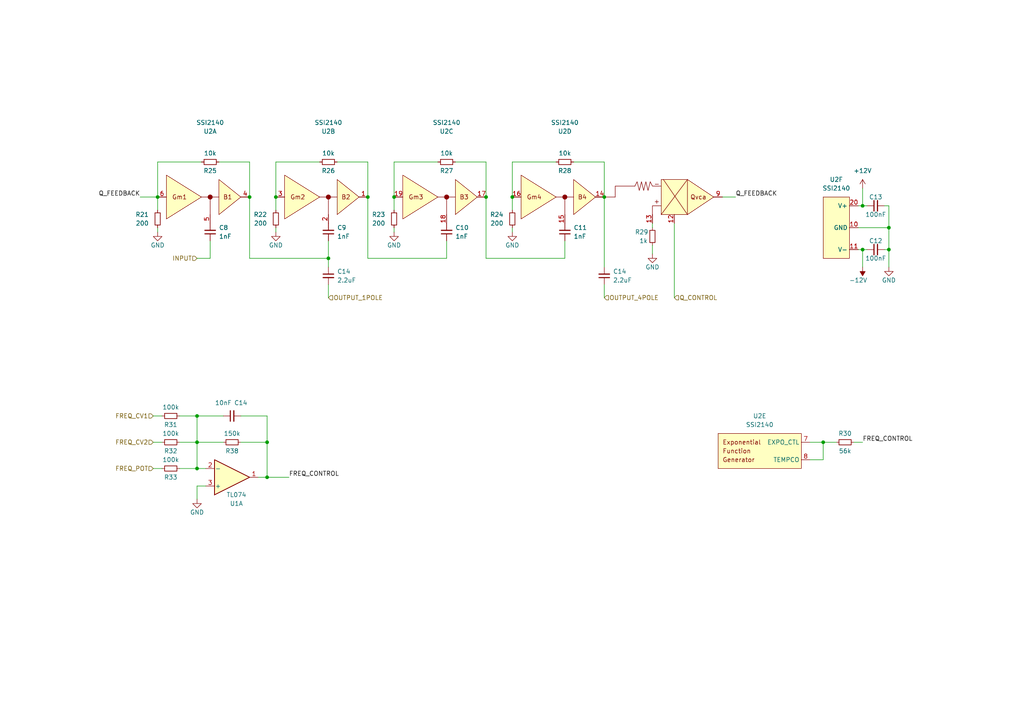
<source format=kicad_sch>
(kicad_sch (version 20230121) (generator eeschema)
  (paper "A4")
  (lib_symbols
    (symbol "Amplifier_Operational:TL074" (pin_names (offset 0.127))
      (property "Reference" "U" (at 0 5.08 0))
      (property "Value" "TL074" (at 0 -5.08 0))
      (symbol "TL074_1_1"
        (polyline (pts (xy -5.08 5.08) (xy 5.08 0) (xy -5.08 -5.08) (xy -5.08 5.08)) (stroke (width 0.254)) (fill (type background)))
        (pin output line (at 7.62 0 180) (length 2.54) (name "~") (number "1"))
        (pin input line (at -7.62 -2.54 0) (length 2.54) (name "-") (number "2"))
        (pin input line (at -7.62 2.54 0) (length 2.54) (name "+") (number "3"))
      )
      (symbol "TL074_2_1"
        (polyline (pts (xy -5.08 5.08) (xy 5.08 0) (xy -5.08 -5.08) (xy -5.08 5.08)) (stroke (width 0.254)) (fill (type background)))
        (pin input line (at -7.62 2.54 0) (length 2.54) (name "+") (number "5"))
        (pin input line (at -7.62 -2.54 0) (length 2.54) (name "-") (number "6"))
        (pin output line (at 7.62 0 180) (length 2.54) (name "~") (number "7"))
      )
      (symbol "TL074_3_1"
        (polyline (pts (xy -5.08 5.08) (xy 5.08 0) (xy -5.08 -5.08) (xy -5.08 5.08)) (stroke (width 0.254)) (fill (type background)))
        (pin input line (at -7.62 2.54 0) (length 2.54) (name "+") (number "10"))
        (pin output line (at 7.62 0 180) (length 2.54) (name "~") (number "8"))
        (pin input line (at -7.62 -2.54 0) (length 2.54) (name "-") (number "9"))
      )
      (symbol "TL074_4_1"
        (polyline (pts (xy -5.08 5.08) (xy 5.08 0) (xy -5.08 -5.08) (xy -5.08 5.08)) (stroke (width 0.254)) (fill (type background)))
        (pin input line (at -7.62 2.54 0) (length 2.54) (name "+") (number "12"))
        (pin input line (at -7.62 -2.54 0) (length 2.54) (name "-") (number "13"))
        (pin output line (at 7.62 0 180) (length 2.54) (name "~") (number "14"))
      )
      (symbol "TL074_5_1"
        (pin power_in line (at -2.54 -7.62 90) (length 3.81) (name "V-") (number "11"))
        (pin power_in line (at -2.54 7.62 270) (length 3.81) (name "V+") (number "4"))
      )
    )
    (symbol "Device:C_Small" (pin_numbers hide) (pin_names (offset 0.254) hide)
      (property "Reference" "C" (at 0.254 1.778 0))
      (property "Value" "C_Small" (at 0.254 -2.032 0))
      (symbol "C_Small_0_1"
        (polyline (pts (xy -1.524 -0.508) (xy 1.524 -0.508)) (stroke (width 0.3302)))
        (polyline (pts (xy -1.524 0.508) (xy 1.524 0.508)) (stroke (width 0.3048)))
      )
      (symbol "C_Small_1_1"
        (pin passive line (at 0 2.54 270) (length 2.032) (name "~") (number "1"))
        (pin passive line (at 0 -2.54 90) (length 2.032) (name "~") (number "2"))
      )
    )
    (symbol "Device:R_Small" (pin_numbers hide) (pin_names (offset 0.254) hide)
      (property "Reference" "R" (at 0.762 0.508 0))
      (property "Value" "R_Small" (at 0.762 -1.016 0))
      (symbol "R_Small_0_1"
        (rectangle (start -0.762 1.778) (end 0.762 -1.778) (stroke (width 0.2032)))
      )
      (symbol "R_Small_1_1"
        (pin passive line (at 0 2.54 270) (length 0.762) (name "~") (number "1"))
        (pin passive line (at 0 -2.54 90) (length 0.762) (name "~") (number "2"))
      )
    )
    (symbol "SSI2140:SSI2140"
      (property "Reference" "U?" (at -1.905 11.43 0))
      (property "Value" "SSI2140" (at -1.905 8.89 0))
      (symbol "SSI2140_1_0"
        (polyline (pts (xy 0 0) (xy -2.54 0)))
        (polyline (pts (xy 0 -5.08) (xy 0 0) (xy 2.54 0)))
        (polyline (pts (xy -2.54 0) (xy -12.7 6.35) (xy -12.7 -6.35) (xy -2.54 0)) (fill (type background)))
        (text "B1" (at 5.08 0 0) (effects (font (size 1.27 1.27))))
        (text "Gm1" (at -8.89 0 0) (effects (font (size 1.27 1.27))))
      )
      (symbol "SSI2140_1_1"
        (polyline (pts (xy 8.89 0) (xy 2.54 5.08) (xy 2.54 -5.08) (xy 8.89 0)) (fill (type background)))
        (circle (center 0 0) (radius 0.635) (fill (type outline)))
        (pin output line (at 11.43 0 180) (length 2.54) (name "") (number "4"))
        (pin input line (at 0 -7.62 90) (length 2.54) (name "") (number "5"))
        (pin input line (at -15.24 0 0) (length 2.54) (name "") (number "6"))
      )
      (symbol "SSI2140_2_0"
        (polyline (pts (xy 0 0) (xy -2.54 0)))
        (polyline (pts (xy 0 -5.08) (xy 0 0) (xy 2.54 0)))
        (polyline (pts (xy -2.54 0) (xy -12.7 6.35) (xy -12.7 -6.35) (xy -2.54 0)) (fill (type background)))
        (text "B2" (at 5.08 0 0) (effects (font (size 1.27 1.27))))
        (text "Gm2" (at -8.89 0 0) (effects (font (size 1.27 1.27))))
      )
      (symbol "SSI2140_2_1"
        (polyline (pts (xy 8.89 0) (xy 2.54 5.08) (xy 2.54 -5.08) (xy 8.89 0)) (fill (type background)))
        (circle (center 0 0) (radius 0.635) (fill (type outline)))
        (pin output line (at 11.43 0 180) (length 2.54) (name "") (number "1"))
        (pin input line (at 0 -7.62 90) (length 2.54) (name "") (number "2"))
        (pin input line (at -15.24 0 0) (length 2.54) (name "") (number "3"))
      )
      (symbol "SSI2140_3_0"
        (polyline (pts (xy 0 0) (xy -2.54 0)))
        (polyline (pts (xy 0 -5.08) (xy 0 0) (xy 2.54 0)))
        (polyline (pts (xy -2.54 0) (xy -12.7 6.35) (xy -12.7 -6.35) (xy -2.54 0)) (fill (type background)))
        (text "B3" (at 5.08 0 0) (effects (font (size 1.27 1.27))))
        (text "Gm3" (at -8.89 0 0) (effects (font (size 1.27 1.27))))
      )
      (symbol "SSI2140_3_1"
        (polyline (pts (xy 8.89 0) (xy 2.54 5.08) (xy 2.54 -5.08) (xy 8.89 0)) (fill (type background)))
        (circle (center 0 0) (radius 0.635) (fill (type outline)))
        (pin output line (at 11.43 0 180) (length 2.54) (name "") (number "17"))
        (pin input line (at 0 -7.62 90) (length 2.54) (name "") (number "18"))
        (pin input line (at -15.24 0 0) (length 2.54) (name "") (number "19"))
      )
      (symbol "SSI2140_4_0"
        (polyline (pts (xy 0 0) (xy -2.54 0)))
        (polyline (pts (xy 27.94 -5.08) (xy 35.56 5.08)))
        (polyline (pts (xy 35.56 -5.08) (xy 28.575 5.08)))
        (polyline (pts (xy 0 -5.08) (xy 0 0) (xy 2.54 0)))
        (polyline (pts (xy 11.43 0) (xy 11.43 0) (xy 8.89 0)))
        (polyline (pts (xy 20.32 3.175) (xy 14.605 3.175) (xy 14.605 0)))
        (polyline (pts (xy 25.4 -5.08) (xy 25.4 -2.54) (xy 27.94 -2.54)))
        (polyline (pts (xy -2.54 0) (xy -12.7 6.35) (xy -12.7 -6.35) (xy -2.54 0)) (fill (type background)))
        (polyline (pts (xy 35.56 5.08) (xy 27.94 5.08) (xy 27.94 -5.08) (xy 35.56 -5.08)) (fill (type background)))
        (polyline (pts (xy 43.18 0) (xy 35.56 5.08) (xy 35.56 -5.08) (xy 43.18 0)) (fill (type background)))
        (polyline (pts (xy 20.32 3.175) (xy 20.955 4.445) (xy 21.59 1.905) (xy 22.225 4.445) (xy 22.86 1.905) (xy 23.495 4.445) (xy 24.13 1.905) (xy 24.765 4.445) (xy 25.4 3.175) (xy 27.94 3.175)))
        (text "+" (at 26.67 -1.27 0) (effects (font (size 1.27 1.27))))
        (text "-" (at 26.67 3.81 0) (effects (font (size 1.27 1.27))))
        (text "B4" (at 5.08 0 0) (effects (font (size 1.27 1.27))))
        (text "Gm4" (at -8.89 0 0) (effects (font (size 1.27 1.27))))
        (text "Qvca" (at 38.735 0 0) (effects (font (size 1.27 1.27))))
      )
      (symbol "SSI2140_4_1"
        (polyline (pts (xy 11.43 0) (xy 14.605 0)))
        (polyline (pts (xy 8.89 0) (xy 2.54 5.08) (xy 2.54 -5.08) (xy 8.89 0)) (fill (type background)))
        (circle (center 0 0) (radius 0.635) (fill (type outline)))
        (pin input line (at 31.75 -7.62 90) (length 2.54) (name "") (number "12"))
        (pin input line (at 25.4 -7.62 90) (length 2.54) (name "") (number "13"))
        (pin output line (at 11.43 0 180) (length 2.54) (name "") (number "14"))
        (pin input line (at 0 -7.62 90) (length 2.54) (name "") (number "15"))
        (pin input line (at -15.24 0 0) (length 2.54) (name "") (number "16"))
        (pin output line (at 45.72 0 180) (length 2.54) (name "") (number "9"))
      )
      (symbol "SSI2140_5_0"
        (text "Exponential" (at -10.16 2.54 0) (effects (font (size 1.27 1.27)) (justify left)))
        (text "Function" (at -10.16 0 0) (effects (font (size 1.27 1.27)) (justify left)))
        (text "Generator" (at -10.16 -2.54 0) (effects (font (size 1.27 1.27)) (justify left)))
      )
      (symbol "SSI2140_5_1"
        (rectangle (start -11.43 5.08) (end 12.7 -5.08) (fill (type background)))
        (pin input line (at 15.24 2.54 180) (length 2.54) (name "EXPO_CTL") (number "7"))
        (pin input line (at 15.24 -2.54 180) (length 2.54) (name "TEMPCO") (number "8"))
      )
      (symbol "SSI2140_6_0"
        (rectangle (start -3.81 6.35) (end 3.81 -11.43) (fill (type background)))
      )
      (symbol "SSI2140_6_1"
        (pin power_in line (at 6.35 -2.54 180) (length 2.54) (name "GND") (number "10"))
        (pin power_in line (at 6.35 -8.89 180) (length 2.54) (name "V-") (number "11"))
        (pin power_in line (at 6.35 3.81 180) (length 2.54) (name "V+") (number "20"))
      )
    )
    (symbol "power:+12V" (power) (pin_names (offset 0))
      (property "Value" "+12V" (at 0 3.556 0))
      (symbol "+12V_0_1"
        (polyline (pts (xy -0.762 1.27) (xy 0 2.54)))
        (polyline (pts (xy 0 0) (xy 0 2.54)))
        (polyline (pts (xy 0 2.54) (xy 0.762 1.27)))
      )
      (symbol "+12V_1_1"
        (pin power_in line (at 0 0 90) (length 0) hide (name "+12V") (number "1"))
      )
    )
    (symbol "power:-12V" (power) (pin_names (offset 0))
      (property "Value" "-12V" (at 0 3.81 0))
      (symbol "-12V_0_0"
        (pin power_in line (at 0 0 90) (length 0) hide (name "-12V") (number "1"))
      )
      (symbol "-12V_0_1"
        (polyline (pts (xy 0 0) (xy 0 1.27) (xy 0.762 1.27) (xy 0 2.54) (xy -0.762 1.27) (xy 0 1.27)) (fill (type outline)))
      )
    )
    (symbol "power:GND" (power) (pin_names (offset 0))
      (property "Value" "GND" (at 0 -3.81 0))
      (symbol "GND_0_1"
        (polyline (pts (xy 0 0) (xy 0 -1.27) (xy 1.27 -1.27) (xy 0 -2.54) (xy -1.27 -1.27) (xy 0 -1.27)))
      )
      (symbol "GND_1_1"
        (pin power_in line (at 0 0 270) (length 0) hide (name "GND") (number "1"))
      )
    )
  )
  (junction (at 175.26 57.15))
  (junction (at 77.47 138.43))
  (junction (at 95.25 74.93))
  (junction (at 57.15 120.65))
  (junction (at 80.01 57.15))
  (junction (at 238.76 128.27))
  (junction (at 114.3 57.15))
  (junction (at 140.97 57.15))
  (junction (at 257.81 72.39))
  (junction (at 257.81 66.04))
  (junction (at 106.68 57.15))
  (junction (at 57.15 135.89))
  (junction (at 77.47 128.27))
  (junction (at 250.19 59.69))
  (junction (at 72.39 57.15))
  (junction (at 148.59 57.15))
  (junction (at 57.15 128.27))
  (junction (at 45.72 57.15))
  (junction (at 250.19 72.39))
  (wire (pts (xy 250.19 72.39) (xy 251.46 72.39)))
  (wire (pts (xy 234.95 128.27) (xy 238.76 128.27)))
  (wire (pts (xy 57.15 120.65) (xy 57.15 128.27)))
  (wire (pts (xy 97.79 46.99) (xy 106.68 46.99)))
  (wire (pts (xy 250.19 59.69) (xy 251.46 59.69)))
  (wire (pts (xy 256.54 72.39) (xy 257.81 72.39)))
  (wire (pts (xy 175.26 57.15) (xy 175.26 46.99)))
  (wire (pts (xy 248.92 72.39) (xy 250.19 72.39)))
  (wire (pts (xy 72.39 46.99) (xy 72.39 57.15)))
  (wire (pts (xy 72.39 74.93) (xy 72.39 57.15)))
  (wire (pts (xy 59.69 135.89) (xy 57.15 135.89)))
  (wire (pts (xy 238.76 128.27) (xy 238.76 133.35)))
  (wire (pts (xy 257.81 59.69) (xy 257.81 66.04)))
  (wire (pts (xy 106.68 46.99) (xy 106.68 57.15)))
  (wire (pts (xy 77.47 120.65) (xy 77.47 128.27)))
  (wire (pts (xy 45.72 60.96) (xy 45.72 57.15)))
  (wire (pts (xy 95.25 74.93) (xy 95.25 69.85)))
  (wire (pts (xy 189.23 71.12) (xy 189.23 73.66)))
  (wire (pts (xy 140.97 46.99) (xy 140.97 57.15)))
  (wire (pts (xy 238.76 128.27) (xy 242.57 128.27)))
  (wire (pts (xy 95.25 86.36) (xy 95.25 82.55)))
  (wire (pts (xy 45.72 46.99) (xy 45.72 57.15)))
  (wire (pts (xy 189.23 64.77) (xy 189.23 66.04)))
  (wire (pts (xy 57.15 74.93) (xy 60.96 74.93)))
  (wire (pts (xy 163.83 69.85) (xy 163.83 74.93)))
  (wire (pts (xy 175.26 82.55) (xy 175.26 86.36)))
  (wire (pts (xy 106.68 57.15) (xy 106.68 74.93)))
  (wire (pts (xy 77.47 138.43) (xy 83.82 138.43)))
  (wire (pts (xy 129.54 74.93) (xy 106.68 74.93)))
  (wire (pts (xy 57.15 128.27) (xy 57.15 135.89)))
  (wire (pts (xy 148.59 66.04) (xy 148.59 67.31)))
  (wire (pts (xy 256.54 59.69) (xy 257.81 59.69)))
  (wire (pts (xy 52.07 128.27) (xy 57.15 128.27)))
  (wire (pts (xy 57.15 144.78) (xy 57.15 140.97)))
  (wire (pts (xy 257.81 72.39) (xy 257.81 77.47)))
  (wire (pts (xy 234.95 133.35) (xy 238.76 133.35)))
  (wire (pts (xy 60.96 74.93) (xy 60.96 69.85)))
  (wire (pts (xy 45.72 66.04) (xy 45.72 67.31)))
  (wire (pts (xy 95.25 74.93) (xy 72.39 74.93)))
  (wire (pts (xy 195.58 64.77) (xy 195.58 86.36)))
  (wire (pts (xy 74.93 138.43) (xy 77.47 138.43)))
  (wire (pts (xy 44.45 135.89) (xy 46.99 135.89)))
  (wire (pts (xy 95.25 77.47) (xy 95.25 74.93)))
  (wire (pts (xy 57.15 120.65) (xy 64.77 120.65)))
  (wire (pts (xy 175.26 57.15) (xy 175.26 77.47)))
  (wire (pts (xy 69.85 120.65) (xy 77.47 120.65)))
  (wire (pts (xy 77.47 128.27) (xy 77.47 138.43)))
  (wire (pts (xy 40.64 57.15) (xy 45.72 57.15)))
  (wire (pts (xy 248.92 66.04) (xy 257.81 66.04)))
  (wire (pts (xy 148.59 46.99) (xy 148.59 57.15)))
  (wire (pts (xy 148.59 57.15) (xy 148.59 60.96)))
  (wire (pts (xy 80.01 46.99) (xy 80.01 57.15)))
  (wire (pts (xy 250.19 128.27) (xy 247.65 128.27)))
  (wire (pts (xy 80.01 66.04) (xy 80.01 67.31)))
  (wire (pts (xy 52.07 120.65) (xy 57.15 120.65)))
  (wire (pts (xy 57.15 128.27) (xy 64.77 128.27)))
  (wire (pts (xy 175.26 46.99) (xy 166.37 46.99)))
  (wire (pts (xy 140.97 74.93) (xy 140.97 57.15)))
  (wire (pts (xy 140.97 74.93) (xy 163.83 74.93)))
  (wire (pts (xy 63.5 46.99) (xy 72.39 46.99)))
  (wire (pts (xy 52.07 135.89) (xy 57.15 135.89)))
  (wire (pts (xy 250.19 54.61) (xy 250.19 59.69)))
  (wire (pts (xy 132.08 46.99) (xy 140.97 46.99)))
  (wire (pts (xy 250.19 72.39) (xy 250.19 77.47)))
  (wire (pts (xy 248.92 59.69) (xy 250.19 59.69)))
  (wire (pts (xy 114.3 46.99) (xy 114.3 57.15)))
  (wire (pts (xy 114.3 66.04) (xy 114.3 67.31)))
  (wire (pts (xy 114.3 57.15) (xy 114.3 60.96)))
  (wire (pts (xy 161.29 46.99) (xy 148.59 46.99)))
  (wire (pts (xy 44.45 128.27) (xy 46.99 128.27)))
  (wire (pts (xy 92.71 46.99) (xy 80.01 46.99)))
  (wire (pts (xy 57.15 140.97) (xy 59.69 140.97)))
  (wire (pts (xy 44.45 120.65) (xy 46.99 120.65)))
  (wire (pts (xy 58.42 46.99) (xy 45.72 46.99)))
  (wire (pts (xy 127 46.99) (xy 114.3 46.99)))
  (wire (pts (xy 69.85 128.27) (xy 77.47 128.27)))
  (wire (pts (xy 129.54 69.85) (xy 129.54 74.93)))
  (wire (pts (xy 213.36 57.15) (xy 209.55 57.15)))
  (wire (pts (xy 80.01 57.15) (xy 80.01 60.96)))
  (wire (pts (xy 257.81 66.04) (xy 257.81 72.39)))
  (label "Q_FEEDBACK" (at 40.64 57.15 180))
  (label "FREQ_CONTROL" (at 83.82 138.43 0))
  (label "Q_FEEDBACK" (at 213.36 57.15 0))
  (label "FREQ_CONTROL" (at 250.19 128.27 0))
  (hierarchical_label "FREQ_CV1" (shape input) (at 44.45 120.65 180))
  (hierarchical_label "OUTPUT_4POLE" (shape input) (at 175.26 86.36 0))
  (hierarchical_label "OUTPUT_1POLE" (shape input) (at 95.25 86.36 0))
  (hierarchical_label "INPUT" (shape input) (at 57.15 74.93 180))
  (hierarchical_label "FREQ_POT" (shape input) (at 44.45 135.89 180))
  (hierarchical_label "Q_CONTROL" (shape input) (at 195.58 86.36 0))
  (hierarchical_label "FREQ_CV2" (shape input) (at 44.45 128.27 180))
  (symbol (lib_id "Device:R_Small") (at 49.53 120.65 270) (unit 1)
    (property "Reference" "R31" (at 49.53 123.19 90))
    (property "Value" "100k" (at 49.53 118.11 90))
    (property "Footprint" "Resistor_SMD:R_0603_1608Metric_Pad0.98x0.95mm_HandSolder" (effects hide))
    (instances (project "Hypersoniq_Components" (path "" (reference "R31") (unit 1)) (path "" (reference "R14") (unit 1)) (path "" (reference "R28") (unit 1)) (path "" (reference "R42") (unit 1)) (path "" (reference "R56") (unit 1))))
  )
  (symbol (lib_id "Device:C_Small") (at 129.54 67.31 180) (unit 1)
    (property "Reference" "C10" (at 132.08 66.0336 0) (effects (justify right)))
    (property "Value" "1nF" (at 132.08 68.5736 0) (effects (justify right)))
    (property "Footprint" "Capacitor_SMD:C_0603_1608Metric_Pad1.08x0.95mm_HandSolder" (effects hide))
    (instances (project "Hypersoniq_Components" (path "" (reference "C10") (unit 1)) (path "" (reference "C9") (unit 1)) (path "" (reference "C18") (unit 1)) (path "" (reference "C27") (unit 1)) (path "" (reference "C36") (unit 1))))
  )
  (symbol (lib_id "Device:R_Small") (at 49.53 135.89 270) (unit 1)
    (property "Reference" "R33" (at 49.53 138.43 90))
    (property "Value" "100k" (at 49.53 133.35 90))
    (property "Footprint" "Resistor_SMD:R_0603_1608Metric_Pad0.98x0.95mm_HandSolder" (effects hide))
    (instances (project "Hypersoniq_Components" (path "" (reference "R33") (unit 1)) (path "" (reference "R16") (unit 1)) (path "" (reference "R30") (unit 1)) (path "" (reference "R44") (unit 1)) (path "" (reference "R58") (unit 1))))
  )
  (symbol (lib_id "SSI2140:SSI2140") (at 95.25 57.15 0) (unit 2)
    (property "Reference" "U2" (at 95.25 38.1 0))
    (property "Value" "SSI2140" (at 95.25 35.56 0))
    (property "Footprint" "Package_SO:TSSOP-20_4.4x6.5mm_P0.65mm" (effects hide))
    (instances (project "Hypersoniq_Components" (path "" (reference "U2") (unit 2)) (path "" (reference "U3") (unit 2)) (path "" (reference "U4") (unit 2)) (path "" (reference "U5") (unit 2))))
  )
  (symbol (lib_id "Device:C_Small") (at 175.26 80.01 180) (unit 1)
    (property "Reference" "C14" (at 177.8 78.7336 0) (effects (justify right)))
    (property "Value" "2.2uF" (at 177.8 81.2736 0) (effects (justify right)))
    (property "Footprint" "Capacitor_SMD:C_0603_1608Metric_Pad1.08x0.95mm_HandSolder" (effects hide))
    (instances (project "Hypersoniq_Components" (path "" (reference "C14") (unit 1)) (path "" (reference "C6") (unit 1)) (path "" (reference "C15") (unit 1)) (path "" (reference "C24") (unit 1)) (path "" (reference "C33") (unit 1))))
  )
  (symbol (lib_id "power:GND") (at 148.59 67.31 0) (unit 1)
    (property "Reference" "#PWR028" (effects hide))
    (property "Value" "GND" (at 148.59 71.12 0))
    (instances (project "Hypersoniq_Components" (path "" (reference "#PWR028") (unit 1)) (path "" (reference "#PWR069") (unit 1)) (path "" (reference "#PWR070") (unit 1)) (path "" (reference "#PWR071") (unit 1)) (path "" (reference "#PWR072") (unit 1))))
  )
  (symbol (lib_id "Device:R_Small") (at 129.54 46.99 270) (unit 1)
    (property "Reference" "R27" (at 129.54 49.53 90))
    (property "Value" "10k" (at 129.54 44.45 90))
    (property "Footprint" "Resistor_SMD:R_0603_1608Metric_Pad0.98x0.95mm_HandSolder" (effects hide))
    (instances (project "Hypersoniq_Components" (path "" (reference "R27") (unit 1)) (path "" (reference "R10") (unit 1)) (path "" (reference "R24") (unit 1)) (path "" (reference "R38") (unit 1)) (path "" (reference "R52") (unit 1))))
  )
  (symbol (lib_id "Amplifier_Operational:TL074") (at 67.31 138.43 0) (mirror x) (unit 1)
    (property "Reference" "U1" (at 68.58 146.05 0))
    (property "Value" "TL074" (at 68.58 143.51 0))
    (property "Footprint" "Package_SO:SOIC-14_3.9x8.7mm_P1.27mm" (effects hide))
    (property "Datasheet" "http://www.ti.com/lit/ds/symlink/tl071.pdf" (effects hide))
    (instances (project "Hypersoniq_Components" (path "" (reference "U1") (unit 1)) (path "" (reference "U1") (unit 4)) (path "" (reference "U1") (unit 3)) (path "" (reference "U1") (unit 2))))
  )
  (symbol (lib_id "Device:R_Small") (at 45.72 63.5 0) (unit 1)
    (property "Reference" "R21" (at 43.18 62.23 0) (effects (justify right)))
    (property "Value" "200" (at 43.18 64.77 0) (effects (justify right)))
    (property "Footprint" "Resistor_SMD:R_0603_1608Metric_Pad0.98x0.95mm_HandSolder" (effects hide))
    (instances (project "Hypersoniq_Components" (path "" (reference "R21") (unit 1)) (path "" (reference "R4") (unit 1)) (path "" (reference "R18") (unit 1)) (path "" (reference "R32") (unit 1)) (path "" (reference "R46") (unit 1))))
  )
  (symbol (lib_id "power:GND") (at 114.3 67.31 0) (unit 1)
    (property "Reference" "#PWR028" (effects hide))
    (property "Value" "GND" (at 114.3 71.12 0))
    (instances (project "Hypersoniq_Components" (path "" (reference "#PWR028") (unit 1)) (path "" (reference "#PWR065") (unit 1)) (path "" (reference "#PWR066") (unit 1)) (path "" (reference "#PWR067") (unit 1)) (path "" (reference "#PWR068") (unit 1))))
  )
  (symbol (lib_id "power:GND") (at 57.15 144.78 0) (unit 1)
    (property "Reference" "#PWR033" (effects hide))
    (property "Value" "GND" (at 57.15 148.59 0))
    (instances (project "Hypersoniq_Components" (path "" (reference "#PWR033") (unit 1)) (path "" (reference "#PWR030") (unit 1)) (path "" (reference "#PWR037") (unit 1)) (path "" (reference "#PWR044") (unit 1)) (path "" (reference "#PWR051") (unit 1))))
  )
  (symbol (lib_id "Device:C_Small") (at 95.25 80.01 0) (unit 1)
    (property "Reference" "C14" (at 97.79 78.7463 0) (effects (justify left)))
    (property "Value" "2.2uF" (at 97.79 81.2863 0) (effects (justify left)))
    (property "Footprint" "Capacitor_SMD:C_0603_1608Metric_Pad1.08x0.95mm_HandSolder" (effects hide))
    (instances (project "Hypersoniq_Components" (path "" (reference "C14") (unit 1)) (path "" (reference "C5") (unit 1)) (path "" (reference "C14") (unit 1)) (path "" (reference "C23") (unit 1)) (path "" (reference "C32") (unit 1))))
  )
  (symbol (lib_id "Device:C_Small") (at 60.96 67.31 180) (unit 1)
    (property "Reference" "C8" (at 63.5 66.0336 0) (effects (justify right)))
    (property "Value" "1nF" (at 63.5 68.5736 0) (effects (justify right)))
    (property "Footprint" "Capacitor_SMD:C_0603_1608Metric_Pad1.08x0.95mm_HandSolder" (effects hide))
    (instances (project "Hypersoniq_Components" (path "" (reference "C8") (unit 1)) (path "" (reference "C7") (unit 1)) (path "" (reference "C16") (unit 1)) (path "" (reference "C25") (unit 1)) (path "" (reference "C34") (unit 1))))
  )
  (symbol (lib_id "Device:R_Small") (at 245.11 128.27 90) (unit 1)
    (property "Reference" "R30" (at 245.11 125.73 90))
    (property "Value" "56k" (at 245.11 130.81 90))
    (property "Footprint" "Resistor_SMD:R_0603_1608Metric_Pad0.98x0.95mm_HandSolder" (effects hide))
    (instances (project "Hypersoniq_Components" (path "" (reference "R30") (unit 1)) (path "" (reference "R13") (unit 1)) (path "" (reference "R27") (unit 1)) (path "" (reference "R41") (unit 1)) (path "" (reference "R55") (unit 1))))
  )
  (symbol (lib_id "Device:C_Small") (at 163.83 67.31 180) (unit 1)
    (property "Reference" "C11" (at 166.37 66.0336 0) (effects (justify right)))
    (property "Value" "1nF" (at 166.37 68.5736 0) (effects (justify right)))
    (property "Footprint" "Capacitor_SMD:C_0603_1608Metric_Pad1.08x0.95mm_HandSolder" (effects hide))
    (instances (project "Hypersoniq_Components" (path "" (reference "C11") (unit 1)) (path "" (reference "C10") (unit 1)) (path "" (reference "C19") (unit 1)) (path "" (reference "C28") (unit 1)) (path "" (reference "C37") (unit 1))))
  )
  (symbol (lib_id "power:GND") (at 45.72 67.31 0) (unit 1)
    (property "Reference" "#PWR028" (effects hide))
    (property "Value" "GND" (at 45.72 71.12 0))
    (instances (project "Hypersoniq_Components" (path "" (reference "#PWR028") (unit 1)) (path "" (reference "#PWR020") (unit 1)) (path "" (reference "#PWR021") (unit 1)) (path "" (reference "#PWR059") (unit 1)) (path "" (reference "#PWR060") (unit 1))))
  )
  (symbol (lib_id "power:GND") (at 189.23 73.66 0) (unit 1)
    (property "Reference" "#PWR030" (effects hide))
    (property "Value" "GND" (at 189.23 77.47 0))
    (instances (project "Hypersoniq_Components" (path "" (reference "#PWR030") (unit 1)) (path "" (reference "#PWR029") (unit 1)) (path "" (reference "#PWR036") (unit 1)) (path "" (reference "#PWR043") (unit 1)) (path "" (reference "#PWR050") (unit 1))))
  )
  (symbol (lib_id "power:-12V") (at 250.19 77.47 180) (unit 1)
    (property "Reference" "#PWR026" (effects hide))
    (property "Value" "-12V" (at 248.92 81.28 0))
    (instances (project "Hypersoniq_Components" (path "" (reference "#PWR026") (unit 1)) (path "" (reference "#PWR025") (unit 1)) (path "" (reference "#PWR032") (unit 1)) (path "" (reference "#PWR039") (unit 1)) (path "" (reference "#PWR046") (unit 1))) (project "QuangoBreakout_Controls" (path "" (reference "#PWR06") (unit 1))))
  )
  (symbol (lib_id "Device:R_Small") (at 95.25 46.99 270) (unit 1)
    (property "Reference" "R26" (at 95.25 49.53 90))
    (property "Value" "10k" (at 95.25 44.45 90))
    (property "Footprint" "Resistor_SMD:R_0603_1608Metric_Pad0.98x0.95mm_HandSolder" (effects hide))
    (instances (project "Hypersoniq_Components" (path "" (reference "R26") (unit 1)) (path "" (reference "R9") (unit 1)) (path "" (reference "R23") (unit 1)) (path "" (reference "R37") (unit 1)) (path "" (reference "R51") (unit 1))))
  )
  (symbol (lib_id "Device:R_Small") (at 80.01 63.5 0) (unit 1)
    (property "Reference" "R22" (at 77.47 62.23 0) (effects (justify right)))
    (property "Value" "200" (at 77.47 64.77 0) (effects (justify right)))
    (property "Footprint" "Resistor_SMD:R_0603_1608Metric_Pad0.98x0.95mm_HandSolder" (effects hide))
    (instances (project "Hypersoniq_Components" (path "" (reference "R22") (unit 1)) (path "" (reference "R5") (unit 1)) (path "" (reference "R19") (unit 1)) (path "" (reference "R33") (unit 1)) (path "" (reference "R47") (unit 1))))
  )
  (symbol (lib_id "Device:C_Small") (at 254 59.69 90) (unit 1)
    (property "Reference" "C13" (at 254 57.15 90))
    (property "Value" "100nF" (at 254 62.23 90))
    (property "Footprint" "Capacitor_SMD:C_0603_1608Metric_Pad1.08x0.95mm_HandSolder" (effects hide))
    (instances (project "Hypersoniq_Components" (path "" (reference "C13") (unit 1)) (path "" (reference "C12") (unit 1)) (path "" (reference "C21") (unit 1)) (path "" (reference "C30") (unit 1)) (path "" (reference "C39") (unit 1))))
  )
  (symbol (lib_id "SSI2140:SSI2140") (at 60.96 57.15 0) (unit 1)
    (property "Reference" "U2" (at 60.96 38.1 0))
    (property "Value" "SSI2140" (at 60.96 35.56 0))
    (property "Footprint" "Package_SO:TSSOP-20_4.4x6.5mm_P0.65mm" (effects hide))
    (instances (project "Hypersoniq_Components" (path "" (reference "U2") (unit 1)) (path "" (reference "U3") (unit 1)) (path "" (reference "U4") (unit 1)) (path "" (reference "U5") (unit 1))))
  )
  (symbol (lib_id "SSI2140:SSI2140") (at 219.71 130.81 0) (unit 5)
    (property "Reference" "U2" (at 220.345 120.65 0))
    (property "Value" "SSI2140" (at 220.345 123.19 0))
    (property "Footprint" "Package_SO:TSSOP-20_4.4x6.5mm_P0.65mm" (effects hide))
    (instances (project "Hypersoniq_Components" (path "" (reference "U2") (unit 5)) (path "" (reference "U3") (unit 5)) (path "" (reference "U4") (unit 5)) (path "" (reference "U5") (unit 5))))
  )
  (symbol (lib_id "power:+12V") (at 250.19 54.61 0) (unit 1)
    (property "Reference" "#PWR027" (effects hide))
    (property "Value" "+12V" (at 250.19 49.53 0))
    (instances (project "Hypersoniq_Components" (path "" (reference "#PWR027") (unit 1)) (path "" (reference "#PWR026") (unit 1)) (path "" (reference "#PWR033") (unit 1)) (path "" (reference "#PWR040") (unit 1)) (path "" (reference "#PWR047") (unit 1))) (project "QuangoBreakout_Controls" (path "" (reference "#PWR05") (unit 1))))
  )
  (symbol (lib_id "Device:R_Small") (at 189.23 68.58 0) (unit 1)
    (property "Reference" "R29" (at 184.15 67.31 0) (effects (justify left)))
    (property "Value" "1k" (at 185.42 69.85 0) (effects (justify left)))
    (property "Footprint" "Resistor_SMD:R_0603_1608Metric_Pad0.98x0.95mm_HandSolder" (effects hide))
    (instances (project "Hypersoniq_Components" (path "" (reference "R29") (unit 1)) (path "" (reference "R12") (unit 1)) (path "" (reference "R26") (unit 1)) (path "" (reference "R40") (unit 1)) (path "" (reference "R54") (unit 1))))
  )
  (symbol (lib_id "Device:R_Small") (at 114.3 63.5 0) (unit 1)
    (property "Reference" "R23" (at 111.76 62.23 0) (effects (justify right)))
    (property "Value" "200" (at 111.76 64.77 0) (effects (justify right)))
    (property "Footprint" "Resistor_SMD:R_0603_1608Metric_Pad0.98x0.95mm_HandSolder" (effects hide))
    (instances (project "Hypersoniq_Components" (path "" (reference "R23") (unit 1)) (path "" (reference "R6") (unit 1)) (path "" (reference "R20") (unit 1)) (path "" (reference "R34") (unit 1)) (path "" (reference "R48") (unit 1))))
  )
  (symbol (lib_id "SSI2140:SSI2140") (at 129.54 57.15 0) (unit 3)
    (property "Reference" "U2" (at 129.54 38.1 0))
    (property "Value" "SSI2140" (at 129.54 35.56 0))
    (property "Footprint" "Package_SO:TSSOP-20_4.4x6.5mm_P0.65mm" (effects hide))
    (instances (project "Hypersoniq_Components" (path "" (reference "U2") (unit 3)) (path "" (reference "U3") (unit 3)) (path "" (reference "U4") (unit 3)) (path "" (reference "U5") (unit 3))))
  )
  (symbol (lib_id "SSI2140:SSI2140") (at 163.83 57.15 0) (unit 4)
    (property "Reference" "U2" (at 163.83 38.1 0))
    (property "Value" "SSI2140" (at 163.83 35.56 0))
    (property "Footprint" "Package_SO:TSSOP-20_4.4x6.5mm_P0.65mm" (effects hide))
    (instances (project "Hypersoniq_Components" (path "" (reference "U2") (unit 4)) (path "" (reference "U3") (unit 4)) (path "" (reference "U4") (unit 4)) (path "" (reference "U5") (unit 4))))
  )
  (symbol (lib_id "power:GND") (at 80.01 67.31 0) (unit 1)
    (property "Reference" "#PWR028" (effects hide))
    (property "Value" "GND" (at 80.01 71.12 0))
    (instances (project "Hypersoniq_Components" (path "" (reference "#PWR028") (unit 1)) (path "" (reference "#PWR061") (unit 1)) (path "" (reference "#PWR062") (unit 1)) (path "" (reference "#PWR063") (unit 1)) (path "" (reference "#PWR064") (unit 1))))
  )
  (symbol (lib_id "Device:C_Small") (at 254 72.39 90) (unit 1)
    (property "Reference" "C12" (at 254 69.85 90))
    (property "Value" "100nF" (at 254 74.93 90))
    (property "Footprint" "Capacitor_SMD:C_0603_1608Metric_Pad1.08x0.95mm_HandSolder" (effects hide))
    (instances (project "Hypersoniq_Components" (path "" (reference "C12") (unit 1)) (path "" (reference "C11") (unit 1)) (path "" (reference "C20") (unit 1)) (path "" (reference "C29") (unit 1)) (path "" (reference "C38") (unit 1))))
  )
  (symbol (lib_id "Device:R_Small") (at 49.53 128.27 270) (unit 1)
    (property "Reference" "R32" (at 49.53 130.81 90))
    (property "Value" "100k" (at 49.53 125.73 90))
    (property "Footprint" "Resistor_SMD:R_0603_1608Metric_Pad0.98x0.95mm_HandSolder" (effects hide))
    (instances (project "Hypersoniq_Components" (path "" (reference "R32") (unit 1)) (path "" (reference "R15") (unit 1)) (path "" (reference "R29") (unit 1)) (path "" (reference "R43") (unit 1)) (path "" (reference "R57") (unit 1))))
  )
  (symbol (lib_id "Device:R_Small") (at 148.59 63.5 0) (unit 1)
    (property "Reference" "R24" (at 146.05 62.23 0) (effects (justify right)))
    (property "Value" "200" (at 146.05 64.77 0) (effects (justify right)))
    (property "Footprint" "Resistor_SMD:R_0603_1608Metric_Pad0.98x0.95mm_HandSolder" (effects hide))
    (instances (project "Hypersoniq_Components" (path "" (reference "R24") (unit 1)) (path "" (reference "R7") (unit 1)) (path "" (reference "R21") (unit 1)) (path "" (reference "R35") (unit 1)) (path "" (reference "R49") (unit 1))))
  )
  (symbol (lib_id "Device:R_Small") (at 60.96 46.99 270) (unit 1)
    (property "Reference" "R25" (at 60.96 49.53 90))
    (property "Value" "10k" (at 60.96 44.45 90))
    (property "Footprint" "Resistor_SMD:R_0603_1608Metric_Pad0.98x0.95mm_HandSolder" (effects hide))
    (instances (project "Hypersoniq_Components" (path "" (reference "R25") (unit 1)) (path "" (reference "R8") (unit 1)) (path "" (reference "R22") (unit 1)) (path "" (reference "R36") (unit 1)) (path "" (reference "R50") (unit 1))))
  )
  (symbol (lib_id "power:GND") (at 257.81 77.47 0) (unit 1)
    (property "Reference" "#PWR028" (effects hide))
    (property "Value" "GND" (at 257.81 81.28 0))
    (instances (project "Hypersoniq_Components" (path "" (reference "#PWR028") (unit 1)) (path "" (reference "#PWR027") (unit 1)) (path "" (reference "#PWR034") (unit 1)) (path "" (reference "#PWR041") (unit 1)) (path "" (reference "#PWR048") (unit 1))))
  )
  (symbol (lib_id "Device:R_Small") (at 67.31 128.27 270) (unit 1)
    (property "Reference" "R38" (at 67.31 130.81 90))
    (property "Value" "150k" (at 67.31 125.73 90))
    (property "Footprint" "Resistor_SMD:R_0603_1608Metric_Pad0.98x0.95mm_HandSolder" (effects hide))
    (instances (project "Hypersoniq_Components" (path "" (reference "R38") (unit 1)) (path "" (reference "R17") (unit 1)) (path "" (reference "R31") (unit 1)) (path "" (reference "R45") (unit 1)) (path "" (reference "R59") (unit 1))))
  )
  (symbol (lib_id "Device:C_Small") (at 67.31 120.65 90) (unit 1)
    (property "Reference" "C14" (at 69.85 116.84 90))
    (property "Value" "10nF" (at 64.77 116.84 90))
    (property "Footprint" "Capacitor_SMD:C_0603_1608Metric_Pad1.08x0.95mm_HandSolder" (effects hide))
    (instances (project "Hypersoniq_Components" (path "" (reference "C14") (unit 1)) (path "" (reference "C13") (unit 1)) (path "" (reference "C22") (unit 1)) (path "" (reference "C31") (unit 1)) (path "" (reference "C40") (unit 1))))
  )
  (symbol (lib_id "Device:C_Small") (at 95.25 67.31 180) (unit 1)
    (property "Reference" "C9" (at 97.79 66.0336 0) (effects (justify right)))
    (property "Value" "1nF" (at 97.79 68.5736 0) (effects (justify right)))
    (property "Footprint" "Capacitor_SMD:C_0603_1608Metric_Pad1.08x0.95mm_HandSolder" (effects hide))
    (instances (project "Hypersoniq_Components" (path "" (reference "C9") (unit 1)) (path "" (reference "C8") (unit 1)) (path "" (reference "C17") (unit 1)) (path "" (reference "C26") (unit 1)) (path "" (reference "C35") (unit 1))))
  )
  (symbol (lib_id "SSI2140:SSI2140") (at 242.57 63.5 0) (unit 6)
    (property "Reference" "U2" (at 242.57 52.07 0))
    (property "Value" "SSI2140" (at 242.57 54.61 0))
    (property "Footprint" "Package_SO:TSSOP-20_4.4x6.5mm_P0.65mm" (effects hide))
    (instances (project "Hypersoniq_Components" (path "" (reference "U2") (unit 6)) (path "" (reference "U3") (unit 6)) (path "" (reference "U4") (unit 6)) (path "" (reference "U5") (unit 6))))
  )
  (symbol (lib_id "Device:R_Small") (at 163.83 46.99 270) (unit 1)
    (property "Reference" "R28" (at 163.83 49.53 90))
    (property "Value" "10k" (at 163.83 44.45 90))
    (property "Footprint" "Resistor_SMD:R_0603_1608Metric_Pad0.98x0.95mm_HandSolder" (effects hide))
    (instances (project "Hypersoniq_Components" (path "" (reference "R28") (unit 1)) (path "" (reference "R11") (unit 1)) (path "" (reference "R25") (unit 1)) (path "" (reference "R39") (unit 1)) (path "" (reference "R53") (unit 1))))
  )
)
</source>
